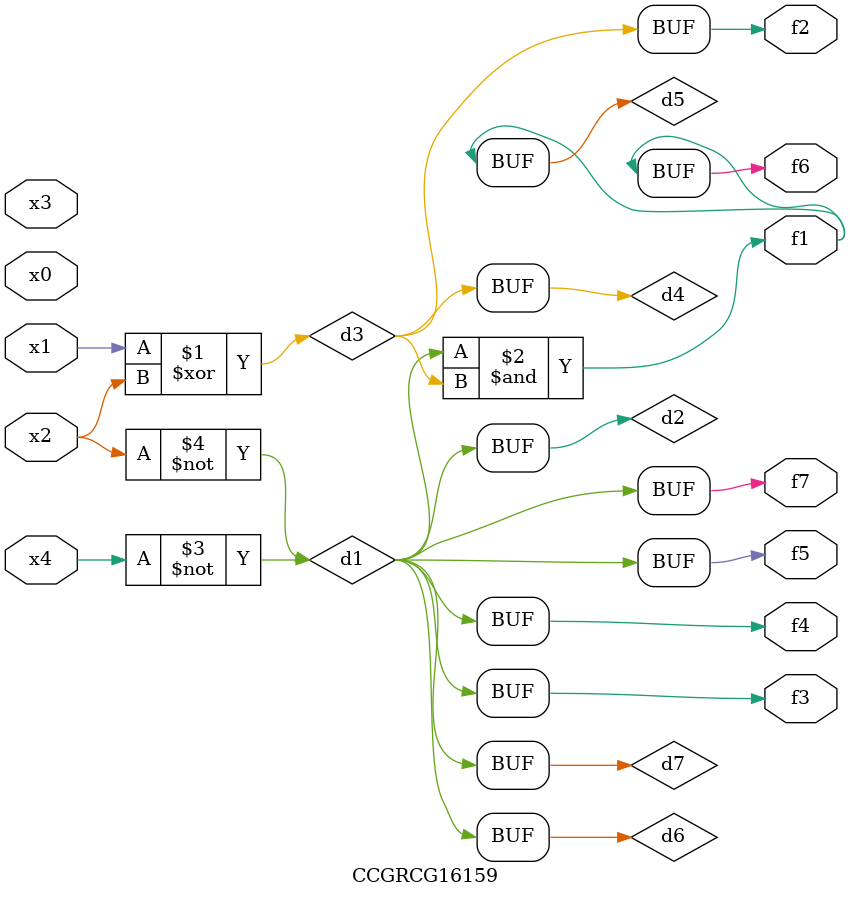
<source format=v>
module CCGRCG16159(
	input x0, x1, x2, x3, x4,
	output f1, f2, f3, f4, f5, f6, f7
);

	wire d1, d2, d3, d4, d5, d6, d7;

	not (d1, x4);
	not (d2, x2);
	xor (d3, x1, x2);
	buf (d4, d3);
	and (d5, d1, d3);
	buf (d6, d1, d2);
	buf (d7, d2);
	assign f1 = d5;
	assign f2 = d4;
	assign f3 = d7;
	assign f4 = d7;
	assign f5 = d7;
	assign f6 = d5;
	assign f7 = d7;
endmodule

</source>
